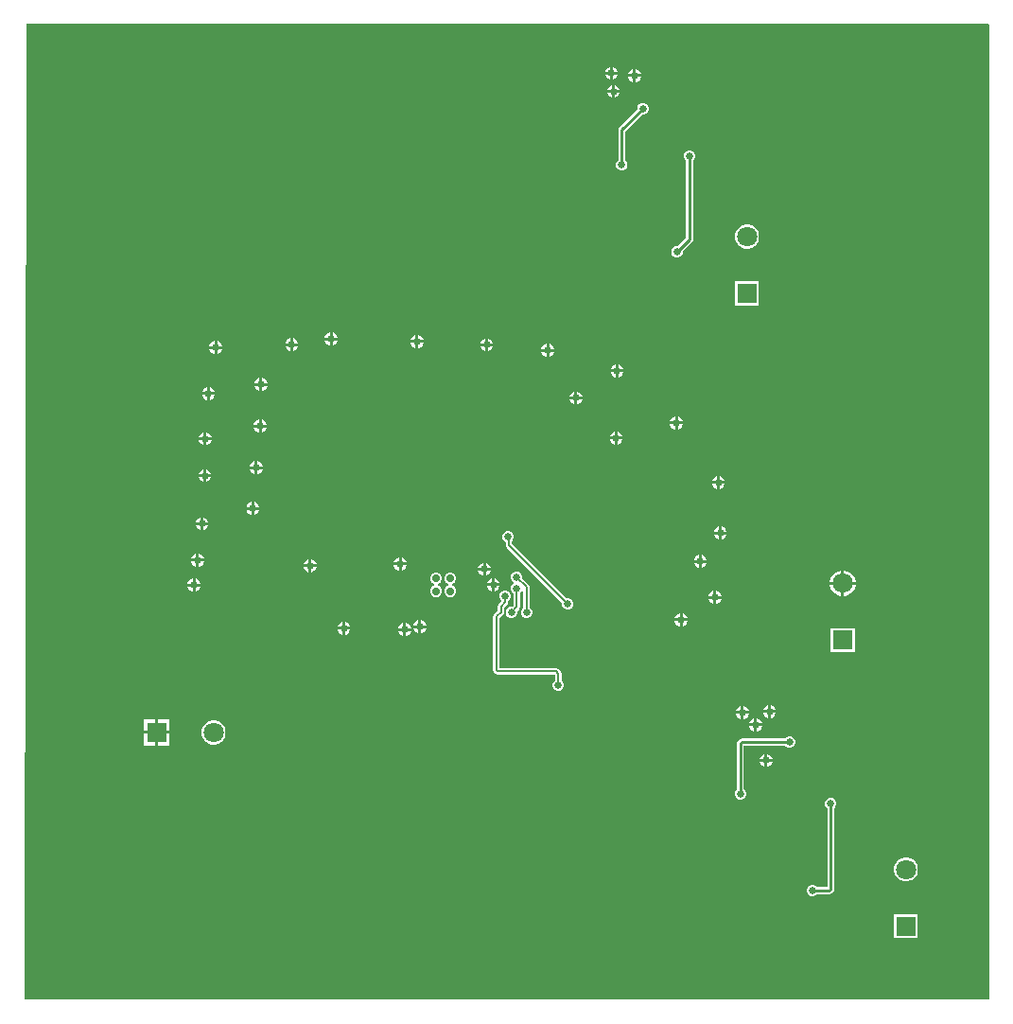
<source format=gbl>
G04*
G04 #@! TF.GenerationSoftware,Altium Limited,Altium Designer,22.10.1 (41)*
G04*
G04 Layer_Physical_Order=2*
G04 Layer_Color=16711680*
%FSLAX24Y24*%
%MOIN*%
G70*
G04*
G04 #@! TF.SameCoordinates,BB6D0E27-544A-47F7-A8B6-121398B6A664*
G04*
G04*
G04 #@! TF.FilePolarity,Positive*
G04*
G01*
G75*
%ADD12C,0.0100*%
%ADD69C,0.0080*%
%ADD73R,0.0709X0.0709*%
%ADD74C,0.0709*%
%ADD75R,0.0709X0.0709*%
%ADD76C,0.0280*%
%ADD77C,0.0260*%
G36*
X53140Y47490D02*
Y13179D01*
X19173D01*
X19124Y13228D01*
X19222Y47539D01*
X53091D01*
X53140Y47490D01*
D02*
G37*
%LPC*%
G36*
X39873Y46035D02*
Y45857D01*
X40051D01*
X40018Y45937D01*
X39953Y46002D01*
X39873Y46035D01*
D02*
G37*
G36*
X39773D02*
X39693Y46002D01*
X39628Y45937D01*
X39595Y45857D01*
X39773D01*
Y46035D01*
D02*
G37*
G36*
X40680Y45957D02*
Y45778D01*
X40858D01*
X40825Y45859D01*
X40760Y45923D01*
X40680Y45957D01*
D02*
G37*
G36*
X40580D02*
X40500Y45923D01*
X40435Y45859D01*
X40402Y45778D01*
X40580D01*
Y45957D01*
D02*
G37*
G36*
X40051Y45757D02*
X39873D01*
Y45579D01*
X39953Y45612D01*
X40018Y45677D01*
X40051Y45757D01*
D02*
G37*
G36*
X39773D02*
X39595D01*
X39628Y45677D01*
X39693Y45612D01*
X39773Y45579D01*
Y45757D01*
D02*
G37*
G36*
X40858Y45678D02*
X40680D01*
Y45500D01*
X40760Y45533D01*
X40825Y45598D01*
X40858Y45678D01*
D02*
G37*
G36*
X40580D02*
X40402D01*
X40435Y45598D01*
X40500Y45533D01*
X40580Y45500D01*
Y45678D01*
D02*
G37*
G36*
X39942Y45396D02*
Y45217D01*
X40120D01*
X40087Y45298D01*
X40022Y45362D01*
X39942Y45396D01*
D02*
G37*
G36*
X39842D02*
X39761Y45362D01*
X39697Y45298D01*
X39663Y45217D01*
X39842D01*
Y45396D01*
D02*
G37*
G36*
X40120Y45117D02*
X39942D01*
Y44939D01*
X40022Y44972D01*
X40087Y45037D01*
X40120Y45117D01*
D02*
G37*
G36*
X39842D02*
X39663D01*
X39697Y45037D01*
X39761Y44972D01*
X39842Y44939D01*
Y45117D01*
D02*
G37*
G36*
X40965Y44757D02*
X40885D01*
X40812Y44727D01*
X40756Y44670D01*
X40725Y44597D01*
Y44530D01*
X40100Y43905D01*
X40074Y43866D01*
X40065Y43819D01*
Y42739D01*
X40017Y42692D01*
X39987Y42619D01*
Y42539D01*
X40017Y42465D01*
X40074Y42409D01*
X40147Y42379D01*
X40227D01*
X40300Y42409D01*
X40357Y42465D01*
X40387Y42539D01*
Y42619D01*
X40357Y42692D01*
X40309Y42739D01*
Y43768D01*
X40898Y44357D01*
X40965D01*
X41038Y44388D01*
X41095Y44444D01*
X41125Y44517D01*
Y44597D01*
X41095Y44670D01*
X41038Y44727D01*
X40965Y44757D01*
D02*
G37*
G36*
X44652Y40474D02*
X44541D01*
X44433Y40445D01*
X44336Y40389D01*
X44257Y40310D01*
X44201Y40213D01*
X44172Y40105D01*
Y39993D01*
X44201Y39885D01*
X44257Y39789D01*
X44336Y39710D01*
X44433Y39654D01*
X44541Y39625D01*
X44652D01*
X44760Y39654D01*
X44857Y39710D01*
X44936Y39789D01*
X44992Y39885D01*
X45021Y39993D01*
Y40105D01*
X44992Y40213D01*
X44936Y40310D01*
X44857Y40389D01*
X44760Y40445D01*
X44652Y40474D01*
D02*
G37*
G36*
X42619Y43094D02*
X42539D01*
X42465Y43063D01*
X42409Y43007D01*
X42379Y42933D01*
Y42854D01*
X42409Y42780D01*
X42456Y42733D01*
Y40011D01*
X42153Y39708D01*
X42086D01*
X42013Y39677D01*
X41956Y39621D01*
X41926Y39548D01*
Y39468D01*
X41956Y39395D01*
X42013Y39338D01*
X42086Y39308D01*
X42166D01*
X42239Y39338D01*
X42296Y39395D01*
X42326Y39468D01*
Y39535D01*
X42665Y39874D01*
X42692Y39914D01*
X42701Y39961D01*
Y42733D01*
X42748Y42780D01*
X42779Y42854D01*
Y42933D01*
X42748Y43007D01*
X42692Y43063D01*
X42619Y43094D01*
D02*
G37*
G36*
X45021Y38474D02*
X44172D01*
Y37625D01*
X45021D01*
Y38474D01*
D02*
G37*
G36*
X30001Y36675D02*
Y36497D01*
X30179D01*
X30146Y36577D01*
X30081Y36642D01*
X30001Y36675D01*
D02*
G37*
G36*
X29901D02*
X29820Y36642D01*
X29756Y36577D01*
X29723Y36497D01*
X29901D01*
Y36675D01*
D02*
G37*
G36*
X33013Y36587D02*
Y36408D01*
X33191D01*
X33158Y36489D01*
X33093Y36553D01*
X33013Y36587D01*
D02*
G37*
G36*
X32913D02*
X32832Y36553D01*
X32768Y36489D01*
X32734Y36408D01*
X32913D01*
Y36587D01*
D02*
G37*
G36*
X28603Y36478D02*
Y36300D01*
X28781D01*
X28748Y36380D01*
X28683Y36445D01*
X28603Y36478D01*
D02*
G37*
G36*
X28503D02*
X28423Y36445D01*
X28358Y36380D01*
X28325Y36300D01*
X28503D01*
Y36478D01*
D02*
G37*
G36*
X35474Y36468D02*
Y36289D01*
X35652D01*
X35619Y36370D01*
X35554Y36434D01*
X35474Y36468D01*
D02*
G37*
G36*
X35374D02*
X35294Y36434D01*
X35229Y36370D01*
X35196Y36289D01*
X35374D01*
Y36468D01*
D02*
G37*
G36*
X30179Y36397D02*
X30001D01*
Y36219D01*
X30081Y36252D01*
X30146Y36317D01*
X30179Y36397D01*
D02*
G37*
G36*
X29901D02*
X29723D01*
X29756Y36317D01*
X29820Y36252D01*
X29901Y36219D01*
Y36397D01*
D02*
G37*
G36*
X25926Y36380D02*
Y36202D01*
X26104D01*
X26071Y36282D01*
X26006Y36347D01*
X25926Y36380D01*
D02*
G37*
G36*
X25826D02*
X25746Y36347D01*
X25681Y36282D01*
X25648Y36202D01*
X25826D01*
Y36380D01*
D02*
G37*
G36*
X33191Y36308D02*
X33013D01*
Y36130D01*
X33093Y36163D01*
X33158Y36228D01*
X33191Y36308D01*
D02*
G37*
G36*
X32913D02*
X32734D01*
X32768Y36228D01*
X32832Y36163D01*
X32913Y36130D01*
Y36308D01*
D02*
G37*
G36*
X37629Y36281D02*
Y36103D01*
X37807D01*
X37774Y36183D01*
X37709Y36248D01*
X37629Y36281D01*
D02*
G37*
G36*
X37529D02*
X37448Y36248D01*
X37384Y36183D01*
X37350Y36103D01*
X37529D01*
Y36281D01*
D02*
G37*
G36*
X28781Y36200D02*
X28603D01*
Y36022D01*
X28683Y36055D01*
X28748Y36120D01*
X28781Y36200D01*
D02*
G37*
G36*
X28503D02*
X28325D01*
X28358Y36120D01*
X28423Y36055D01*
X28503Y36022D01*
Y36200D01*
D02*
G37*
G36*
X35652Y36189D02*
X35474D01*
Y36011D01*
X35554Y36044D01*
X35619Y36109D01*
X35652Y36189D01*
D02*
G37*
G36*
X35374D02*
X35196D01*
X35229Y36109D01*
X35294Y36044D01*
X35374Y36011D01*
Y36189D01*
D02*
G37*
G36*
X26104Y36102D02*
X25926D01*
Y35923D01*
X26006Y35957D01*
X26071Y36021D01*
X26104Y36102D01*
D02*
G37*
G36*
X25826D02*
X25648D01*
X25681Y36021D01*
X25746Y35957D01*
X25826Y35923D01*
Y36102D01*
D02*
G37*
G36*
X37807Y36003D02*
X37629D01*
Y35825D01*
X37709Y35858D01*
X37774Y35923D01*
X37807Y36003D01*
D02*
G37*
G36*
X37529D02*
X37350D01*
X37384Y35923D01*
X37448Y35858D01*
X37529Y35825D01*
Y36003D01*
D02*
G37*
G36*
X40070Y35553D02*
Y35375D01*
X40248D01*
X40215Y35455D01*
X40150Y35520D01*
X40070Y35553D01*
D02*
G37*
G36*
X39970D02*
X39889Y35520D01*
X39825Y35455D01*
X39791Y35375D01*
X39970D01*
Y35553D01*
D02*
G37*
G36*
X40248Y35275D02*
X40070D01*
Y35097D01*
X40150Y35130D01*
X40215Y35195D01*
X40248Y35275D01*
D02*
G37*
G36*
X39970D02*
X39791D01*
X39825Y35195D01*
X39889Y35130D01*
X39970Y35097D01*
Y35275D01*
D02*
G37*
G36*
X27519Y35078D02*
Y34900D01*
X27697D01*
X27664Y34980D01*
X27599Y35045D01*
X27519Y35078D01*
D02*
G37*
G36*
X27419D02*
X27338Y35045D01*
X27274Y34980D01*
X27240Y34900D01*
X27419D01*
Y35078D01*
D02*
G37*
G36*
X27697Y34800D02*
X27519D01*
Y34622D01*
X27599Y34655D01*
X27664Y34720D01*
X27697Y34800D01*
D02*
G37*
G36*
X27419D02*
X27240D01*
X27274Y34720D01*
X27338Y34655D01*
X27419Y34622D01*
Y34800D01*
D02*
G37*
G36*
X25670Y34756D02*
Y34578D01*
X25848D01*
X25815Y34658D01*
X25750Y34723D01*
X25670Y34756D01*
D02*
G37*
G36*
X25570D02*
X25490Y34723D01*
X25425Y34658D01*
X25392Y34578D01*
X25570D01*
Y34756D01*
D02*
G37*
G36*
X38623Y34598D02*
Y34420D01*
X38801D01*
X38768Y34500D01*
X38703Y34565D01*
X38623Y34598D01*
D02*
G37*
G36*
X38523D02*
X38443Y34565D01*
X38378Y34500D01*
X38345Y34420D01*
X38523D01*
Y34598D01*
D02*
G37*
G36*
X25848Y34478D02*
X25670D01*
Y34299D01*
X25750Y34333D01*
X25815Y34397D01*
X25848Y34478D01*
D02*
G37*
G36*
X25570D02*
X25392D01*
X25425Y34397D01*
X25490Y34333D01*
X25570Y34299D01*
Y34478D01*
D02*
G37*
G36*
X38801Y34320D02*
X38623D01*
Y34142D01*
X38703Y34175D01*
X38768Y34240D01*
X38801Y34320D01*
D02*
G37*
G36*
X38523D02*
X38345D01*
X38378Y34240D01*
X38443Y34175D01*
X38523Y34142D01*
Y34320D01*
D02*
G37*
G36*
X42168Y33723D02*
Y33545D01*
X42346D01*
X42313Y33625D01*
X42248Y33690D01*
X42168Y33723D01*
D02*
G37*
G36*
X42068D02*
X41988Y33690D01*
X41923Y33625D01*
X41890Y33545D01*
X42068D01*
Y33723D01*
D02*
G37*
G36*
X27491Y33614D02*
Y33436D01*
X27669D01*
X27636Y33516D01*
X27571Y33581D01*
X27491Y33614D01*
D02*
G37*
G36*
X27391D02*
X27311Y33581D01*
X27246Y33516D01*
X27213Y33436D01*
X27391D01*
Y33614D01*
D02*
G37*
G36*
X42346Y33445D02*
X42168D01*
Y33267D01*
X42248Y33300D01*
X42313Y33365D01*
X42346Y33445D01*
D02*
G37*
G36*
X42068D02*
X41890D01*
X41923Y33365D01*
X41988Y33300D01*
X42068Y33267D01*
Y33445D01*
D02*
G37*
G36*
X27669Y33336D02*
X27491D01*
Y33158D01*
X27571Y33191D01*
X27636Y33256D01*
X27669Y33336D01*
D02*
G37*
G36*
X27391D02*
X27213D01*
X27246Y33256D01*
X27311Y33191D01*
X27391Y33158D01*
Y33336D01*
D02*
G37*
G36*
X40040Y33191D02*
Y33013D01*
X40218D01*
X40185Y33093D01*
X40120Y33158D01*
X40040Y33191D01*
D02*
G37*
G36*
X39940D02*
X39860Y33158D01*
X39795Y33093D01*
X39762Y33013D01*
X39940D01*
Y33191D01*
D02*
G37*
G36*
X25552Y33161D02*
Y32983D01*
X25730D01*
X25697Y33063D01*
X25632Y33128D01*
X25552Y33161D01*
D02*
G37*
G36*
X25452D02*
X25372Y33128D01*
X25307Y33063D01*
X25274Y32983D01*
X25452D01*
Y33161D01*
D02*
G37*
G36*
X40218Y32913D02*
X40040D01*
Y32734D01*
X40120Y32768D01*
X40185Y32832D01*
X40218Y32913D01*
D02*
G37*
G36*
X39940D02*
X39762D01*
X39795Y32832D01*
X39860Y32768D01*
X39940Y32734D01*
Y32913D01*
D02*
G37*
G36*
X25730Y32883D02*
X25552D01*
Y32705D01*
X25632Y32738D01*
X25697Y32803D01*
X25730Y32883D01*
D02*
G37*
G36*
X25452D02*
X25274D01*
X25307Y32803D01*
X25372Y32738D01*
X25452Y32705D01*
Y32883D01*
D02*
G37*
G36*
X27353Y32148D02*
Y31969D01*
X27531D01*
X27498Y32050D01*
X27433Y32114D01*
X27353Y32148D01*
D02*
G37*
G36*
X27253D02*
X27173Y32114D01*
X27108Y32050D01*
X27075Y31969D01*
X27253D01*
Y32148D01*
D02*
G37*
G36*
X27531Y31869D02*
X27353D01*
Y31691D01*
X27433Y31724D01*
X27498Y31789D01*
X27531Y31869D01*
D02*
G37*
G36*
X27253D02*
X27075D01*
X27108Y31789D01*
X27173Y31724D01*
X27253Y31691D01*
Y31869D01*
D02*
G37*
G36*
X25542Y31862D02*
Y31684D01*
X25720D01*
X25687Y31764D01*
X25622Y31829D01*
X25542Y31862D01*
D02*
G37*
G36*
X25442D02*
X25362Y31829D01*
X25297Y31764D01*
X25264Y31684D01*
X25442D01*
Y31862D01*
D02*
G37*
G36*
X43643Y31626D02*
Y31448D01*
X43821D01*
X43788Y31528D01*
X43723Y31593D01*
X43643Y31626D01*
D02*
G37*
G36*
X43543D02*
X43462Y31593D01*
X43398Y31528D01*
X43364Y31448D01*
X43543D01*
Y31626D01*
D02*
G37*
G36*
X25720Y31584D02*
X25542D01*
Y31406D01*
X25622Y31439D01*
X25687Y31504D01*
X25720Y31584D01*
D02*
G37*
G36*
X25442D02*
X25264D01*
X25297Y31504D01*
X25362Y31439D01*
X25442Y31406D01*
Y31584D01*
D02*
G37*
G36*
X43821Y31348D02*
X43643D01*
Y31169D01*
X43723Y31203D01*
X43788Y31267D01*
X43821Y31348D01*
D02*
G37*
G36*
X43543D02*
X43364D01*
X43398Y31267D01*
X43462Y31203D01*
X43543Y31169D01*
Y31348D01*
D02*
G37*
G36*
X27235Y30711D02*
Y30532D01*
X27413D01*
X27380Y30613D01*
X27315Y30677D01*
X27235Y30711D01*
D02*
G37*
G36*
X27135D02*
X27055Y30677D01*
X26990Y30613D01*
X26957Y30532D01*
X27135D01*
Y30711D01*
D02*
G37*
G36*
X27413Y30432D02*
X27235D01*
Y30254D01*
X27315Y30287D01*
X27380Y30352D01*
X27413Y30432D01*
D02*
G37*
G36*
X27135D02*
X26957D01*
X26990Y30352D01*
X27055Y30287D01*
X27135Y30254D01*
Y30432D01*
D02*
G37*
G36*
X25444Y30169D02*
Y29991D01*
X25622D01*
X25589Y30071D01*
X25524Y30136D01*
X25444Y30169D01*
D02*
G37*
G36*
X25344D02*
X25263Y30136D01*
X25199Y30071D01*
X25165Y29991D01*
X25344D01*
Y30169D01*
D02*
G37*
G36*
X25622Y29891D02*
X25444D01*
Y29713D01*
X25524Y29746D01*
X25589Y29811D01*
X25622Y29891D01*
D02*
G37*
G36*
X25344D02*
X25165D01*
X25199Y29811D01*
X25263Y29746D01*
X25344Y29713D01*
Y29891D01*
D02*
G37*
G36*
X43711Y29844D02*
Y29666D01*
X43890D01*
X43856Y29746D01*
X43792Y29811D01*
X43711Y29844D01*
D02*
G37*
G36*
X43611D02*
X43531Y29811D01*
X43466Y29746D01*
X43433Y29666D01*
X43611D01*
Y29844D01*
D02*
G37*
G36*
X43890Y29566D02*
X43711D01*
Y29388D01*
X43792Y29421D01*
X43856Y29486D01*
X43890Y29566D01*
D02*
G37*
G36*
X43611D02*
X43433D01*
X43466Y29486D01*
X43531Y29421D01*
X43611Y29388D01*
Y29566D01*
D02*
G37*
G36*
X25286Y28890D02*
Y28711D01*
X25464D01*
X25431Y28792D01*
X25367Y28856D01*
X25286Y28890D01*
D02*
G37*
G36*
X25186D02*
X25106Y28856D01*
X25041Y28792D01*
X25008Y28711D01*
X25186D01*
Y28890D01*
D02*
G37*
G36*
X43003Y28840D02*
Y28662D01*
X43181D01*
X43148Y28742D01*
X43083Y28807D01*
X43003Y28840D01*
D02*
G37*
G36*
X42903D02*
X42822Y28807D01*
X42758Y28742D01*
X42725Y28662D01*
X42903D01*
Y28840D01*
D02*
G37*
G36*
X32430Y28748D02*
Y28570D01*
X32608D01*
X32575Y28650D01*
X32510Y28715D01*
X32430Y28748D01*
D02*
G37*
G36*
X32330D02*
X32250Y28715D01*
X32185Y28650D01*
X32152Y28570D01*
X32330D01*
Y28748D01*
D02*
G37*
G36*
X29253Y28693D02*
Y28515D01*
X29431D01*
X29398Y28595D01*
X29333Y28660D01*
X29253Y28693D01*
D02*
G37*
G36*
X29153D02*
X29072Y28660D01*
X29008Y28595D01*
X28975Y28515D01*
X29153D01*
Y28693D01*
D02*
G37*
G36*
X25464Y28611D02*
X25286D01*
Y28433D01*
X25367Y28466D01*
X25431Y28531D01*
X25464Y28611D01*
D02*
G37*
G36*
X25186D02*
X25008D01*
X25041Y28531D01*
X25106Y28466D01*
X25186Y28433D01*
Y28611D01*
D02*
G37*
G36*
X35394Y28565D02*
Y28387D01*
X35573D01*
X35539Y28467D01*
X35475Y28532D01*
X35394Y28565D01*
D02*
G37*
G36*
X35294D02*
X35214Y28532D01*
X35150Y28467D01*
X35116Y28387D01*
X35294D01*
Y28565D01*
D02*
G37*
G36*
X43181Y28562D02*
X43003D01*
Y28384D01*
X43083Y28417D01*
X43148Y28482D01*
X43181Y28562D01*
D02*
G37*
G36*
X42903D02*
X42725D01*
X42758Y28482D01*
X42822Y28417D01*
X42903Y28384D01*
Y28562D01*
D02*
G37*
G36*
X32608Y28470D02*
X32430D01*
Y28292D01*
X32510Y28325D01*
X32575Y28390D01*
X32608Y28470D01*
D02*
G37*
G36*
X32330D02*
X32152D01*
X32185Y28390D01*
X32250Y28325D01*
X32330Y28292D01*
Y28470D01*
D02*
G37*
G36*
X29431Y28415D02*
X29253D01*
Y28236D01*
X29333Y28270D01*
X29398Y28334D01*
X29431Y28415D01*
D02*
G37*
G36*
X29153D02*
X28975D01*
X29008Y28334D01*
X29072Y28270D01*
X29153Y28236D01*
Y28415D01*
D02*
G37*
G36*
X35573Y28287D02*
X35394D01*
Y28108D01*
X35475Y28142D01*
X35539Y28206D01*
X35573Y28287D01*
D02*
G37*
G36*
X35294D02*
X35116D01*
X35150Y28206D01*
X35214Y28142D01*
X35294Y28108D01*
Y28287D01*
D02*
G37*
G36*
X48032Y28295D02*
X48022D01*
Y27891D01*
X48427D01*
Y27900D01*
X48396Y28016D01*
X48336Y28120D01*
X48251Y28204D01*
X48148Y28264D01*
X48032Y28295D01*
D02*
G37*
G36*
X47922D02*
X47913D01*
X47797Y28264D01*
X47693Y28204D01*
X47609Y28120D01*
X47549Y28016D01*
X47518Y27900D01*
Y27891D01*
X47922D01*
Y28295D01*
D02*
G37*
G36*
X35709Y28024D02*
Y27845D01*
X35888D01*
X35854Y27926D01*
X35790Y27990D01*
X35709Y28024D01*
D02*
G37*
G36*
X35609D02*
X35529Y27990D01*
X35464Y27926D01*
X35431Y27845D01*
X35609D01*
Y28024D01*
D02*
G37*
G36*
X25168Y28004D02*
Y27826D01*
X25346D01*
X25313Y27906D01*
X25248Y27971D01*
X25168Y28004D01*
D02*
G37*
G36*
X25068D02*
X24988Y27971D01*
X24923Y27906D01*
X24890Y27826D01*
X25068D01*
Y28004D01*
D02*
G37*
G36*
X35888Y27745D02*
X35709D01*
Y27567D01*
X35790Y27600D01*
X35854Y27665D01*
X35888Y27745D01*
D02*
G37*
G36*
X35609D02*
X35431D01*
X35464Y27665D01*
X35529Y27600D01*
X35609Y27567D01*
Y27745D01*
D02*
G37*
G36*
X25346Y27726D02*
X25168D01*
Y27547D01*
X25248Y27581D01*
X25313Y27645D01*
X25346Y27726D01*
D02*
G37*
G36*
X25068D02*
X24890D01*
X24923Y27645D01*
X24988Y27581D01*
X25068Y27547D01*
Y27726D01*
D02*
G37*
G36*
X43515Y27581D02*
Y27402D01*
X43693D01*
X43660Y27483D01*
X43595Y27547D01*
X43515Y27581D01*
D02*
G37*
G36*
X43415D02*
X43334Y27547D01*
X43270Y27483D01*
X43236Y27402D01*
X43415D01*
Y27581D01*
D02*
G37*
G36*
X48427Y27791D02*
X48022D01*
Y27386D01*
X48032D01*
X48148Y27417D01*
X48251Y27477D01*
X48336Y27562D01*
X48396Y27665D01*
X48427Y27781D01*
Y27791D01*
D02*
G37*
G36*
X47922D02*
X47518D01*
Y27781D01*
X47549Y27665D01*
X47609Y27562D01*
X47693Y27477D01*
X47797Y27417D01*
X47913Y27386D01*
X47922D01*
Y27791D01*
D02*
G37*
G36*
X34180Y28226D02*
X34096D01*
X34019Y28194D01*
X33960Y28135D01*
X33928Y28058D01*
Y27974D01*
X33960Y27897D01*
X34019Y27838D01*
X34067Y27818D01*
Y27764D01*
X34019Y27744D01*
X33960Y27685D01*
X33928Y27608D01*
Y27524D01*
X33960Y27447D01*
X34019Y27388D01*
X34096Y27356D01*
X34180D01*
X34257Y27388D01*
X34316Y27447D01*
X34348Y27524D01*
Y27608D01*
X34316Y27685D01*
X34257Y27744D01*
X34209Y27764D01*
Y27818D01*
X34257Y27838D01*
X34316Y27897D01*
X34348Y27974D01*
Y28058D01*
X34316Y28135D01*
X34257Y28194D01*
X34180Y28226D01*
D02*
G37*
G36*
X33680D02*
X33596D01*
X33519Y28194D01*
X33460Y28135D01*
X33428Y28058D01*
Y27974D01*
X33460Y27897D01*
X33519Y27838D01*
X33567Y27818D01*
Y27764D01*
X33519Y27744D01*
X33460Y27685D01*
X33428Y27608D01*
Y27524D01*
X33460Y27447D01*
X33519Y27388D01*
X33596Y27356D01*
X33680D01*
X33757Y27388D01*
X33816Y27447D01*
X33848Y27524D01*
Y27608D01*
X33816Y27685D01*
X33757Y27744D01*
X33709Y27764D01*
Y27818D01*
X33757Y27838D01*
X33816Y27897D01*
X33848Y27974D01*
Y28058D01*
X33816Y28135D01*
X33757Y28194D01*
X33680Y28226D01*
D02*
G37*
G36*
X43693Y27302D02*
X43515D01*
Y27124D01*
X43595Y27157D01*
X43660Y27222D01*
X43693Y27302D01*
D02*
G37*
G36*
X43415D02*
X43236D01*
X43270Y27222D01*
X43334Y27157D01*
X43415Y27124D01*
Y27302D01*
D02*
G37*
G36*
X36221Y29678D02*
X36141D01*
X36068Y29648D01*
X36012Y29592D01*
X35981Y29518D01*
Y29439D01*
X36012Y29365D01*
X36068Y29309D01*
X36092Y29299D01*
Y29180D01*
X36092Y29180D01*
X36101Y29137D01*
X36125Y29100D01*
X38078Y27147D01*
X38078Y27146D01*
Y27067D01*
X38108Y26993D01*
X38164Y26937D01*
X38238Y26906D01*
X38317D01*
X38391Y26937D01*
X38447Y26993D01*
X38478Y27067D01*
Y27146D01*
X38447Y27220D01*
X38391Y27276D01*
X38317Y27306D01*
X38238D01*
X38237Y27306D01*
X36316Y29226D01*
Y29331D01*
X36351Y29365D01*
X36381Y29439D01*
Y29518D01*
X36351Y29592D01*
X36294Y29648D01*
X36221Y29678D01*
D02*
G37*
G36*
X36526Y28261D02*
X36446D01*
X36373Y28231D01*
X36317Y28174D01*
X36286Y28101D01*
Y28021D01*
X36317Y27948D01*
X36373Y27891D01*
X36385Y27886D01*
Y27832D01*
X36373Y27827D01*
X36317Y27771D01*
X36286Y27697D01*
Y27618D01*
X36317Y27544D01*
X36373Y27488D01*
X36374Y27487D01*
Y27055D01*
X36334Y27014D01*
X36332Y27015D01*
X36253D01*
X36179Y26984D01*
X36123Y26928D01*
X36093Y26855D01*
Y26775D01*
X36123Y26702D01*
X36179Y26645D01*
X36253Y26615D01*
X36332D01*
X36406Y26645D01*
X36462Y26702D01*
X36493Y26775D01*
Y26855D01*
X36492Y26856D01*
X36566Y26929D01*
X36566Y26929D01*
X36590Y26966D01*
X36598Y27008D01*
X36598Y27008D01*
Y27487D01*
X36600Y27488D01*
X36656Y27544D01*
X36672Y27583D01*
X36722Y27573D01*
Y26985D01*
X36721Y26984D01*
X36665Y26928D01*
X36634Y26855D01*
Y26775D01*
X36665Y26702D01*
X36721Y26645D01*
X36794Y26615D01*
X36874D01*
X36947Y26645D01*
X37004Y26702D01*
X37034Y26775D01*
Y26855D01*
X37004Y26928D01*
X36947Y26984D01*
X36946Y26985D01*
Y27713D01*
X36946Y27713D01*
X36938Y27756D01*
X36913Y27792D01*
X36686Y28020D01*
X36686Y28021D01*
Y28101D01*
X36656Y28174D01*
X36600Y28231D01*
X36526Y28261D01*
D02*
G37*
G36*
X42324Y26783D02*
Y26605D01*
X42502D01*
X42469Y26685D01*
X42404Y26750D01*
X42324Y26783D01*
D02*
G37*
G36*
X42224D02*
X42143Y26750D01*
X42079Y26685D01*
X42045Y26605D01*
X42224D01*
Y26783D01*
D02*
G37*
G36*
X33121Y26537D02*
Y26359D01*
X33299D01*
X33266Y26439D01*
X33201Y26504D01*
X33121Y26537D01*
D02*
G37*
G36*
X33021D02*
X32941Y26504D01*
X32876Y26439D01*
X32843Y26359D01*
X33021D01*
Y26537D01*
D02*
G37*
G36*
X42502Y26505D02*
X42324D01*
Y26327D01*
X42404Y26360D01*
X42469Y26425D01*
X42502Y26505D01*
D02*
G37*
G36*
X42224D02*
X42045D01*
X42079Y26425D01*
X42143Y26360D01*
X42224Y26327D01*
Y26505D01*
D02*
G37*
G36*
X30444Y26488D02*
Y26310D01*
X30622D01*
X30589Y26390D01*
X30524Y26455D01*
X30444Y26488D01*
D02*
G37*
G36*
X30344D02*
X30263Y26455D01*
X30199Y26390D01*
X30165Y26310D01*
X30344D01*
Y26488D01*
D02*
G37*
G36*
X32589Y26439D02*
Y26261D01*
X32768D01*
X32734Y26341D01*
X32670Y26406D01*
X32589Y26439D01*
D02*
G37*
G36*
X32489D02*
X32409Y26406D01*
X32344Y26341D01*
X32311Y26261D01*
X32489D01*
Y26439D01*
D02*
G37*
G36*
X33299Y26259D02*
X33121D01*
Y26081D01*
X33201Y26114D01*
X33266Y26179D01*
X33299Y26259D01*
D02*
G37*
G36*
X33021D02*
X32843D01*
X32876Y26179D01*
X32941Y26114D01*
X33021Y26081D01*
Y26259D01*
D02*
G37*
G36*
X30622Y26210D02*
X30444D01*
Y26032D01*
X30524Y26065D01*
X30589Y26130D01*
X30622Y26210D01*
D02*
G37*
G36*
X30344D02*
X30165D01*
X30199Y26130D01*
X30263Y26065D01*
X30344Y26032D01*
Y26210D01*
D02*
G37*
G36*
X32768Y26161D02*
X32589D01*
Y25982D01*
X32670Y26016D01*
X32734Y26080D01*
X32768Y26161D01*
D02*
G37*
G36*
X32489D02*
X32311D01*
X32344Y26080D01*
X32409Y26016D01*
X32489Y25982D01*
Y26161D01*
D02*
G37*
G36*
X48397Y26265D02*
X47548D01*
Y25416D01*
X48397D01*
Y26265D01*
D02*
G37*
G36*
X36113Y27592D02*
X36033D01*
X35960Y27561D01*
X35903Y27505D01*
X35873Y27432D01*
Y27352D01*
X35903Y27278D01*
X35959Y27223D01*
X35851Y27115D01*
X35826Y27079D01*
X35818Y27036D01*
X35818Y27036D01*
Y26881D01*
X35688Y26751D01*
X35664Y26715D01*
X35656Y26672D01*
X35656Y26672D01*
Y24791D01*
X35656Y24791D01*
X35664Y24748D01*
X35688Y24712D01*
X35735Y24665D01*
X35735Y24665D01*
X35772Y24640D01*
X35815Y24632D01*
X37828D01*
X37841Y24619D01*
Y24422D01*
X37839Y24422D01*
X37783Y24365D01*
X37753Y24292D01*
Y24212D01*
X37783Y24139D01*
X37839Y24082D01*
X37913Y24052D01*
X37993D01*
X38066Y24082D01*
X38122Y24139D01*
X38153Y24212D01*
Y24292D01*
X38122Y24365D01*
X38066Y24422D01*
X38065Y24422D01*
Y24665D01*
X38056Y24708D01*
X38032Y24745D01*
X38032Y24745D01*
X37953Y24823D01*
X37917Y24848D01*
X37874Y24856D01*
X37874Y24856D01*
X35880D01*
Y26625D01*
X36009Y26755D01*
X36034Y26791D01*
X36042Y26834D01*
X36042Y26834D01*
Y26990D01*
X36152Y27099D01*
X36152Y27099D01*
X36176Y27136D01*
X36185Y27179D01*
X36185Y27179D01*
Y27222D01*
X36186Y27222D01*
X36242Y27278D01*
X36273Y27352D01*
Y27432D01*
X36242Y27505D01*
X36186Y27561D01*
X36113Y27592D01*
D02*
G37*
G36*
X45444Y23555D02*
Y23377D01*
X45622D01*
X45589Y23457D01*
X45524Y23522D01*
X45444Y23555D01*
D02*
G37*
G36*
X45344D02*
X45263Y23522D01*
X45199Y23457D01*
X45165Y23377D01*
X45344D01*
Y23555D01*
D02*
G37*
G36*
X44479Y23525D02*
Y23347D01*
X44657D01*
X44624Y23428D01*
X44559Y23492D01*
X44479Y23525D01*
D02*
G37*
G36*
X44379D02*
X44299Y23492D01*
X44234Y23428D01*
X44201Y23347D01*
X44379D01*
Y23525D01*
D02*
G37*
G36*
X45622Y23277D02*
X45444D01*
Y23099D01*
X45524Y23132D01*
X45589Y23196D01*
X45622Y23277D01*
D02*
G37*
G36*
X45344D02*
X45165D01*
X45199Y23196D01*
X45263Y23132D01*
X45344Y23099D01*
Y23277D01*
D02*
G37*
G36*
X44657Y23247D02*
X44479D01*
Y23069D01*
X44559Y23102D01*
X44624Y23167D01*
X44657Y23247D01*
D02*
G37*
G36*
X44379D02*
X44201D01*
X44234Y23167D01*
X44299Y23102D01*
X44379Y23069D01*
Y23247D01*
D02*
G37*
G36*
X44952Y23083D02*
Y22904D01*
X45130D01*
X45097Y22985D01*
X45032Y23049D01*
X44952Y23083D01*
D02*
G37*
G36*
X44852D02*
X44771Y23049D01*
X44707Y22985D01*
X44673Y22904D01*
X44852D01*
Y23083D01*
D02*
G37*
G36*
X24252Y23043D02*
X23847D01*
Y22639D01*
X24252D01*
Y23043D01*
D02*
G37*
G36*
X23747D02*
X23343D01*
Y22639D01*
X23747D01*
Y23043D01*
D02*
G37*
G36*
X45130Y22804D02*
X44952D01*
Y22626D01*
X45032Y22659D01*
X45097Y22724D01*
X45130Y22804D01*
D02*
G37*
G36*
X44852D02*
X44673D01*
X44707Y22724D01*
X44771Y22659D01*
X44852Y22626D01*
Y22804D01*
D02*
G37*
G36*
X25853Y23013D02*
X25741D01*
X25633Y22984D01*
X25537Y22928D01*
X25458Y22849D01*
X25402Y22752D01*
X25373Y22644D01*
Y22533D01*
X25402Y22425D01*
X25458Y22328D01*
X25537Y22249D01*
X25633Y22193D01*
X25741Y22164D01*
X25853D01*
X25961Y22193D01*
X26058Y22249D01*
X26137Y22328D01*
X26193Y22425D01*
X26222Y22533D01*
Y22644D01*
X26193Y22752D01*
X26137Y22849D01*
X26058Y22928D01*
X25961Y22984D01*
X25853Y23013D01*
D02*
G37*
G36*
X24252Y22539D02*
X23847D01*
Y22134D01*
X24252D01*
Y22539D01*
D02*
G37*
G36*
X23747D02*
X23343D01*
Y22134D01*
X23747D01*
Y22539D01*
D02*
G37*
G36*
X46142Y22454D02*
X46063D01*
X45989Y22423D01*
X45942Y22376D01*
X44419D01*
X44372Y22367D01*
X44332Y22340D01*
X44274Y22282D01*
X44247Y22242D01*
X44238Y22195D01*
Y20584D01*
X44191Y20537D01*
X44160Y20463D01*
Y20383D01*
X44191Y20310D01*
X44247Y20254D01*
X44320Y20223D01*
X44400D01*
X44474Y20254D01*
X44530Y20310D01*
X44560Y20383D01*
Y20463D01*
X44530Y20537D01*
X44483Y20584D01*
Y22132D01*
X45942D01*
X45989Y22084D01*
X46063Y22054D01*
X46142D01*
X46216Y22084D01*
X46272Y22141D01*
X46302Y22214D01*
Y22294D01*
X46272Y22367D01*
X46216Y22423D01*
X46142Y22454D01*
D02*
G37*
G36*
X45316Y21833D02*
Y21654D01*
X45494D01*
X45461Y21735D01*
X45396Y21799D01*
X45316Y21833D01*
D02*
G37*
G36*
X45216D02*
X45135Y21799D01*
X45071Y21735D01*
X45038Y21654D01*
X45216D01*
Y21833D01*
D02*
G37*
G36*
X45494Y21554D02*
X45316D01*
Y21376D01*
X45396Y21409D01*
X45461Y21474D01*
X45494Y21554D01*
D02*
G37*
G36*
X45216D02*
X45038D01*
X45071Y21474D01*
X45135Y21409D01*
X45216Y21376D01*
Y21554D01*
D02*
G37*
G36*
X50253Y18190D02*
X50141D01*
X50033Y18161D01*
X49936Y18105D01*
X49857Y18026D01*
X49801Y17930D01*
X49773Y17822D01*
Y17710D01*
X49801Y17602D01*
X49857Y17505D01*
X49936Y17426D01*
X50033Y17370D01*
X50141Y17341D01*
X50253D01*
X50361Y17370D01*
X50457Y17426D01*
X50536Y17505D01*
X50592Y17602D01*
X50621Y17710D01*
Y17822D01*
X50592Y17930D01*
X50536Y18026D01*
X50457Y18105D01*
X50361Y18161D01*
X50253Y18190D01*
D02*
G37*
G36*
X47591Y20278D02*
X47512D01*
X47438Y20247D01*
X47382Y20191D01*
X47352Y20118D01*
Y20038D01*
X47382Y19965D01*
X47429Y19917D01*
Y17139D01*
X47063D01*
X47015Y17186D01*
X46942Y17217D01*
X46862D01*
X46789Y17186D01*
X46732Y17130D01*
X46702Y17057D01*
Y16977D01*
X46732Y16904D01*
X46789Y16847D01*
X46862Y16817D01*
X46942D01*
X47015Y16847D01*
X47063Y16895D01*
X47493D01*
X47540Y16904D01*
X47580Y16930D01*
X47638Y16989D01*
X47665Y17029D01*
X47674Y17075D01*
Y19917D01*
X47721Y19965D01*
X47752Y20038D01*
Y20118D01*
X47721Y20191D01*
X47665Y20247D01*
X47591Y20278D01*
D02*
G37*
G36*
X50621Y16190D02*
X49773D01*
Y15341D01*
X50621D01*
Y16190D01*
D02*
G37*
%LPD*%
D12*
X40187Y43819D02*
X40925Y44557D01*
X40187Y42579D02*
Y43819D01*
X42126Y39508D02*
X42579Y39961D01*
Y42894D01*
X47493Y17017D02*
X47552Y17075D01*
Y20078D01*
X46902Y17017D02*
X47493D01*
X44360Y20423D02*
Y22195D01*
X44419Y22254D02*
X46102D01*
X44360Y22195D02*
X44419Y22254D01*
D69*
X36073Y27179D02*
Y27392D01*
X35930Y26834D02*
Y27036D01*
X36073Y27179D01*
X35768Y26672D02*
X35930Y26834D01*
X37874Y24744D02*
X37953Y24665D01*
Y24252D02*
Y24665D01*
X35768Y24791D02*
X35815Y24744D01*
X37874D01*
X35768Y24791D02*
Y26672D01*
X36204Y29180D02*
Y29455D01*
X36181Y29478D02*
X36204Y29455D01*
Y29180D02*
X38278Y27106D01*
X36486Y27008D02*
Y27657D01*
X36293Y26815D02*
X36486Y27008D01*
X36834Y26815D02*
Y27713D01*
X36486Y28061D02*
X36834Y27713D01*
D73*
X47972Y25841D02*
D03*
X50197Y15766D02*
D03*
X44596Y38049D02*
D03*
D74*
X47972Y27841D02*
D03*
X44596Y40049D02*
D03*
X25797Y22589D02*
D03*
X50197Y17766D02*
D03*
D75*
X23797Y22589D02*
D03*
D76*
X33638Y28016D02*
D03*
X34138D02*
D03*
X33638Y27566D02*
D03*
X34138D02*
D03*
D77*
X32380Y28520D02*
D03*
X27185Y30482D02*
D03*
X29203Y28465D02*
D03*
X44902Y22854D02*
D03*
X45266Y21604D02*
D03*
X45394Y23327D02*
D03*
X44429Y23297D02*
D03*
X25118Y27776D02*
D03*
X25236Y28661D02*
D03*
X25394Y29941D02*
D03*
X27303Y31919D02*
D03*
X25492Y31634D02*
D03*
X27441Y33386D02*
D03*
X25502Y32933D02*
D03*
X27469Y34850D02*
D03*
X25620Y34528D02*
D03*
X25876Y36152D02*
D03*
X28553Y36250D02*
D03*
X29951Y36447D02*
D03*
X32963Y36358D02*
D03*
X35424Y36239D02*
D03*
X37579Y36053D02*
D03*
X40020Y35325D02*
D03*
X38573Y34370D02*
D03*
X42118Y33495D02*
D03*
X42274Y26555D02*
D03*
X42953Y28612D02*
D03*
X43465Y27352D02*
D03*
X39892Y45167D02*
D03*
X40630Y45728D02*
D03*
X39823Y45807D02*
D03*
X40187Y42579D02*
D03*
X37953Y24252D02*
D03*
X36073Y27392D02*
D03*
X43593Y31398D02*
D03*
X39990Y32963D02*
D03*
X43661Y29616D02*
D03*
X38278Y27106D02*
D03*
X36181Y29478D02*
D03*
X36293Y26815D02*
D03*
X36834D02*
D03*
X36486Y27657D02*
D03*
Y28061D02*
D03*
X35659Y27795D02*
D03*
X35344Y28337D02*
D03*
X30394Y26260D02*
D03*
X33071Y26309D02*
D03*
X32539Y26211D02*
D03*
X40925Y44557D02*
D03*
X42126Y39508D02*
D03*
X42579Y42894D02*
D03*
X44360Y20423D02*
D03*
X46102Y22254D02*
D03*
X47552Y20078D02*
D03*
X46902Y17017D02*
D03*
M02*

</source>
